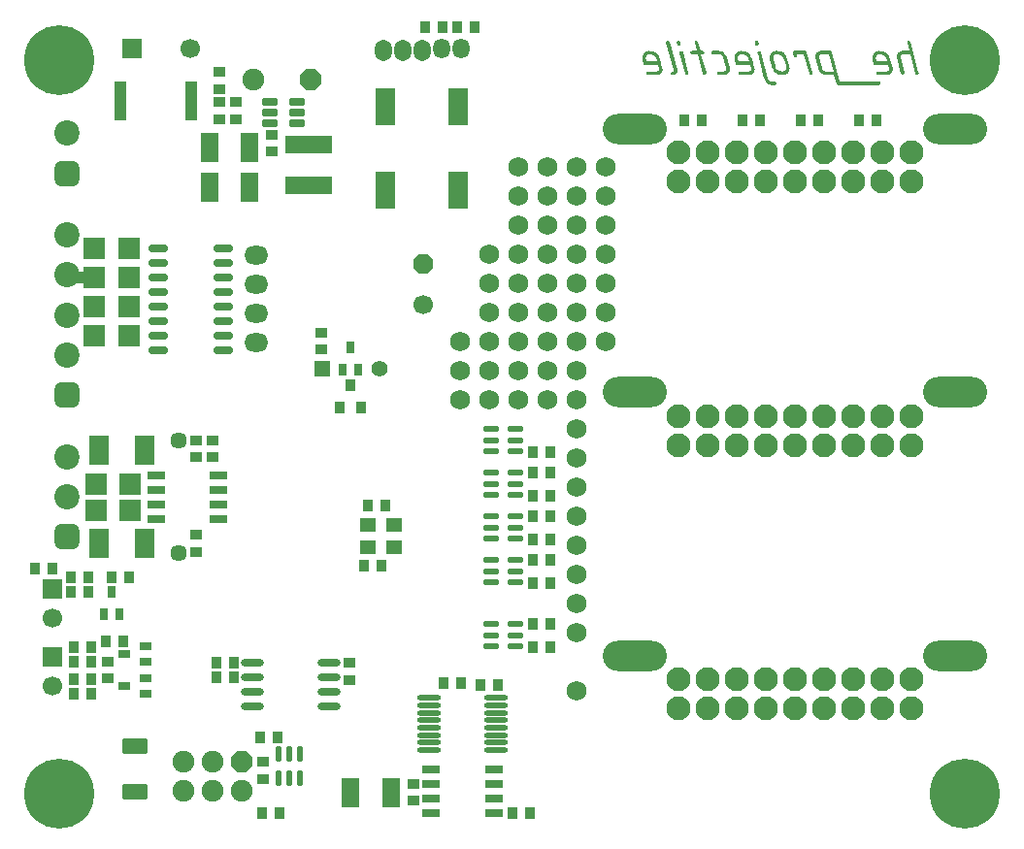
<source format=gbs>
G04*
G04 #@! TF.GenerationSoftware,Altium Limited,Altium Designer,19.1.6 (110)*
G04*
G04 Layer_Color=16711935*
%FSLAX44Y44*%
%MOMM*%
G71*
G01*
G75*
G04:AMPARAMS|DCode=34|XSize=0.9mm|YSize=1.1mm|CornerRadius=0.15mm|HoleSize=0mm|Usage=FLASHONLY|Rotation=0.000|XOffset=0mm|YOffset=0mm|HoleType=Round|Shape=RoundedRectangle|*
%AMROUNDEDRECTD34*
21,1,0.9000,0.8000,0,0,0.0*
21,1,0.6000,1.1000,0,0,0.0*
1,1,0.3000,0.3000,-0.4000*
1,1,0.3000,-0.3000,-0.4000*
1,1,0.3000,-0.3000,0.4000*
1,1,0.3000,0.3000,0.4000*
%
%ADD34ROUNDEDRECTD34*%
G04:AMPARAMS|DCode=35|XSize=0.9mm|YSize=1.1mm|CornerRadius=0.15mm|HoleSize=0mm|Usage=FLASHONLY|Rotation=90.000|XOffset=0mm|YOffset=0mm|HoleType=Round|Shape=RoundedRectangle|*
%AMROUNDEDRECTD35*
21,1,0.9000,0.8000,0,0,90.0*
21,1,0.6000,1.1000,0,0,90.0*
1,1,0.3000,0.4000,0.3000*
1,1,0.3000,0.4000,-0.3000*
1,1,0.3000,-0.4000,-0.3000*
1,1,0.3000,-0.4000,0.3000*
%
%ADD35ROUNDEDRECTD35*%
%ADD45R,1.5000X2.5000*%
%ADD47C,1.7510*%
%ADD48C,2.1000*%
%ADD49O,2.1000X1.6240*%
%ADD50C,1.9000*%
%ADD51P,2.0566X8X202.5*%
G04:AMPARAMS|DCode=52|XSize=2.2mm|YSize=2.2mm|CornerRadius=0.575mm|HoleSize=0mm|Usage=FLASHONLY|Rotation=90.000|XOffset=0mm|YOffset=0mm|HoleType=Round|Shape=RoundedRectangle|*
%AMROUNDEDRECTD52*
21,1,2.2000,1.0500,0,0,90.0*
21,1,1.0500,2.2000,0,0,90.0*
1,1,1.1500,0.5250,0.5250*
1,1,1.1500,0.5250,-0.5250*
1,1,1.1500,-0.5250,-0.5250*
1,1,1.1500,-0.5250,0.5250*
%
%ADD52ROUNDEDRECTD52*%
%ADD53C,2.2000*%
%ADD54C,1.7000*%
%ADD55R,1.7000X1.7000*%
%ADD56R,1.4000X1.4000*%
%ADD57C,1.4000*%
%ADD58C,1.4500*%
%ADD59O,5.6000X2.6400*%
%ADD60O,1.4970X1.8780*%
%ADD61O,1.5000X1.7510*%
%ADD62P,1.8401X8X292.5*%
%ADD63C,0.8000*%
%ADD64C,6.1000*%
%ADD65C,1.0000*%
G04:AMPARAMS|DCode=104|XSize=1.55mm|YSize=0.6mm|CornerRadius=0.051mm|HoleSize=0mm|Usage=FLASHONLY|Rotation=180.000|XOffset=0mm|YOffset=0mm|HoleType=Round|Shape=RoundedRectangle|*
%AMROUNDEDRECTD104*
21,1,1.5500,0.4980,0,0,180.0*
21,1,1.4480,0.6000,0,0,180.0*
1,1,0.1020,-0.7240,0.2490*
1,1,0.1020,0.7240,0.2490*
1,1,0.1020,0.7240,-0.2490*
1,1,0.1020,-0.7240,-0.2490*
%
%ADD104ROUNDEDRECTD104*%
%ADD113O,1.4500X0.5500*%
G04:AMPARAMS|DCode=114|XSize=0.7mm|YSize=1.55mm|CornerRadius=0.101mm|HoleSize=0mm|Usage=FLASHONLY|Rotation=270.000|XOffset=0mm|YOffset=0mm|HoleType=Round|Shape=RoundedRectangle|*
%AMROUNDEDRECTD114*
21,1,0.7000,1.3480,0,0,270.0*
21,1,0.4980,1.5500,0,0,270.0*
1,1,0.2020,-0.6740,-0.2490*
1,1,0.2020,-0.6740,0.2490*
1,1,0.2020,0.6740,0.2490*
1,1,0.2020,0.6740,-0.2490*
%
%ADD114ROUNDEDRECTD114*%
%ADD115O,2.1000X0.4500*%
%ADD116O,2.0000X0.7000*%
G04:AMPARAMS|DCode=117|XSize=1.37mm|YSize=2.2mm|CornerRadius=0.2088mm|HoleSize=0mm|Usage=FLASHONLY|Rotation=90.000|XOffset=0mm|YOffset=0mm|HoleType=Round|Shape=RoundedRectangle|*
%AMROUNDEDRECTD117*
21,1,1.3700,1.7825,0,0,90.0*
21,1,0.9525,2.2000,0,0,90.0*
1,1,0.4175,0.8913,0.4763*
1,1,0.4175,0.8913,-0.4763*
1,1,0.4175,-0.8913,-0.4763*
1,1,0.4175,-0.8913,0.4763*
%
%ADD117ROUNDEDRECTD117*%
G04:AMPARAMS|DCode=118|XSize=1.4mm|YSize=1.2mm|CornerRadius=0.105mm|HoleSize=0mm|Usage=FLASHONLY|Rotation=0.000|XOffset=0mm|YOffset=0mm|HoleType=Round|Shape=RoundedRectangle|*
%AMROUNDEDRECTD118*
21,1,1.4000,0.9900,0,0,0.0*
21,1,1.1900,1.2000,0,0,0.0*
1,1,0.2100,0.5950,-0.4950*
1,1,0.2100,-0.5950,-0.4950*
1,1,0.2100,-0.5950,0.4950*
1,1,0.2100,0.5950,0.4950*
%
%ADD118ROUNDEDRECTD118*%
%ADD119R,0.8000X1.0000*%
%ADD120O,0.5500X1.4500*%
%ADD121R,0.9000X1.0000*%
%ADD122R,1.9000X1.9400*%
%ADD123O,1.7500X0.7500*%
%ADD124R,1.0000X0.8000*%
%ADD125R,1.8000X2.6000*%
%ADD126R,4.1000X1.6000*%
G04:AMPARAMS|DCode=127|XSize=0.7mm|YSize=1.3mm|CornerRadius=0.125mm|HoleSize=0mm|Usage=FLASHONLY|Rotation=90.000|XOffset=0mm|YOffset=0mm|HoleType=Round|Shape=RoundedRectangle|*
%AMROUNDEDRECTD127*
21,1,0.7000,1.0500,0,0,90.0*
21,1,0.4500,1.3000,0,0,90.0*
1,1,0.2500,0.5250,0.2250*
1,1,0.2500,0.5250,-0.2250*
1,1,0.2500,-0.5250,-0.2250*
1,1,0.2500,-0.5250,0.2250*
%
%ADD127ROUNDEDRECTD127*%
%ADD128R,1.1000X3.4000*%
%ADD129R,1.8200X3.3000*%
G36*
X868831Y1227414D02*
X869160Y1227273D01*
X869395Y1227085D01*
X869583Y1226897D01*
X869724Y1226708D01*
X869818Y1226520D01*
X869865Y1226379D01*
Y1226332D01*
X870289Y1224875D01*
X870336Y1224593D01*
Y1224499D01*
Y1224452D01*
X870289Y1223934D01*
X870101Y1223605D01*
X869865Y1223323D01*
X869583Y1223135D01*
X869301Y1223041D01*
X869066Y1222994D01*
X868878Y1222947D01*
X868831D01*
X868455Y1222994D01*
X868126Y1223135D01*
X867891Y1223323D01*
X867703Y1223511D01*
X867562Y1223699D01*
X867468Y1223887D01*
X867421Y1224028D01*
Y1224076D01*
X866998Y1225533D01*
X866951Y1225815D01*
Y1225909D01*
Y1225956D01*
X866998Y1226473D01*
X867186Y1226850D01*
X867421Y1227085D01*
X867703Y1227273D01*
X867985Y1227367D01*
X868220Y1227461D01*
X868455D01*
X868831Y1227414D01*
D02*
G37*
G36*
X800894D02*
X801223Y1227273D01*
X801458Y1227085D01*
X801646Y1226897D01*
X801787Y1226708D01*
X801881Y1226520D01*
X801928Y1226379D01*
Y1226332D01*
X802351Y1224875D01*
X802398Y1224593D01*
Y1224499D01*
Y1224452D01*
X802351Y1223934D01*
X802163Y1223605D01*
X801928Y1223323D01*
X801646Y1223135D01*
X801364Y1223041D01*
X801129Y1222994D01*
X800941Y1222947D01*
X800894D01*
X800518Y1222994D01*
X800236Y1223135D01*
X799954Y1223323D01*
X799765Y1223511D01*
X799624Y1223699D01*
X799530Y1223887D01*
X799483Y1224028D01*
Y1224076D01*
X799060Y1225533D01*
X799013Y1225815D01*
Y1225909D01*
Y1225956D01*
X799060Y1226473D01*
X799248Y1226850D01*
X799483Y1227085D01*
X799765Y1227273D01*
X800048Y1227367D01*
X800283Y1227461D01*
X800518D01*
X800894Y1227414D01*
D02*
G37*
G36*
X1001650Y1227414D02*
X1001979Y1227273D01*
X1002214Y1227085D01*
X1002402Y1226897D01*
X1002543Y1226708D01*
X1002637Y1226520D01*
X1002684Y1226379D01*
Y1226332D01*
X1009877Y1199533D01*
X1009971Y1199204D01*
Y1199110D01*
Y1199063D01*
X1009877Y1198687D01*
X1009736Y1198358D01*
X1009595Y1198170D01*
X1009501Y1198076D01*
X1009125Y1197841D01*
X1008796Y1197700D01*
X1008514Y1197653D01*
X1008420D01*
X1008044Y1197700D01*
X1007762Y1197841D01*
X1007480Y1197982D01*
X1007291Y1198217D01*
X1007150Y1198405D01*
X1007056Y1198546D01*
X1007009Y1198687D01*
Y1198734D01*
X1002496Y1215566D01*
X995914D01*
X995538Y1215472D01*
X995209Y1215378D01*
X994927Y1215284D01*
X994503Y1214955D01*
X994174Y1214625D01*
X994033Y1214249D01*
X993939Y1213920D01*
X993892Y1213732D01*
Y1213638D01*
X993939Y1213262D01*
X993986Y1212933D01*
X994033Y1212651D01*
X994080Y1212604D01*
Y1212557D01*
X997559Y1199533D01*
X997606Y1199204D01*
Y1199110D01*
Y1199063D01*
X997559Y1198687D01*
X997371Y1198358D01*
X997230Y1198170D01*
X997183Y1198076D01*
X996807Y1197841D01*
X996478Y1197700D01*
X996196Y1197653D01*
X996102D01*
X995726Y1197700D01*
X995444Y1197841D01*
X995162Y1197982D01*
X994974Y1198217D01*
X994832Y1198405D01*
X994738Y1198546D01*
X994691Y1198687D01*
Y1198734D01*
X990977Y1212557D01*
X990883Y1212980D01*
X990789Y1213403D01*
Y1213685D01*
Y1213732D01*
Y1213779D01*
X990836Y1214484D01*
X991024Y1215143D01*
X991212Y1215707D01*
X991494Y1216177D01*
X991729Y1216600D01*
X991964Y1216882D01*
X992152Y1217070D01*
X992200Y1217117D01*
X992717Y1217588D01*
X993281Y1217917D01*
X993845Y1218199D01*
X994362Y1218340D01*
X994832Y1218434D01*
X995209Y1218528D01*
X1001697D01*
X999816Y1225533D01*
X999769Y1225815D01*
Y1225909D01*
Y1225956D01*
X999816Y1226473D01*
X1000004Y1226850D01*
X1000239Y1227085D01*
X1000521Y1227273D01*
X1000803Y1227367D01*
X1001039Y1227461D01*
X1001273D01*
X1001650Y1227414D01*
D02*
G37*
G36*
X976872Y1218434D02*
X977578Y1218387D01*
X978189Y1218246D01*
X978753Y1218105D01*
X979270Y1217964D01*
X979788Y1217822D01*
X980211Y1217682D01*
X980587Y1217493D01*
X980916Y1217352D01*
X981198Y1217211D01*
X981433Y1217070D01*
X981621Y1216929D01*
X981762Y1216882D01*
X981809Y1216788D01*
X981856D01*
X982279Y1216459D01*
X982655Y1216036D01*
X983314Y1215143D01*
X983878Y1214202D01*
X984348Y1213262D01*
X984677Y1212416D01*
X984818Y1212040D01*
X984959Y1211711D01*
X985053Y1211428D01*
X985100Y1211240D01*
X985147Y1211099D01*
Y1211052D01*
X987169Y1203577D01*
X987263Y1203154D01*
X987310Y1202778D01*
Y1202449D01*
Y1202402D01*
Y1202355D01*
X987263Y1201649D01*
X987075Y1201038D01*
X986887Y1200474D01*
X986605Y1199957D01*
X986370Y1199581D01*
X986135Y1199251D01*
X985993Y1199063D01*
X985947Y1199016D01*
X985382Y1198546D01*
X984818Y1198217D01*
X984254Y1197982D01*
X983737Y1197841D01*
X983314Y1197747D01*
X982937Y1197653D01*
X974475D01*
X974005Y1197700D01*
X973628Y1197888D01*
X973393Y1198123D01*
X973205Y1198405D01*
X973111Y1198640D01*
X973017Y1198875D01*
Y1199063D01*
Y1199110D01*
X973064Y1199628D01*
X973252Y1200004D01*
X973487Y1200239D01*
X973723Y1200427D01*
X974005Y1200521D01*
X974240Y1200615D01*
X982232D01*
X982608Y1200709D01*
X982937Y1200803D01*
X983173Y1200897D01*
X983643Y1201226D01*
X983925Y1201555D01*
X984066Y1201884D01*
X984160Y1202213D01*
X984207Y1202402D01*
Y1202495D01*
X984160Y1202872D01*
X984113Y1203248D01*
X984066Y1203483D01*
Y1203530D01*
Y1203577D01*
X983267Y1206586D01*
X970949D01*
X969726Y1211052D01*
X969632Y1211617D01*
X969538Y1212134D01*
Y1212322D01*
Y1212510D01*
Y1212604D01*
Y1212651D01*
X969632Y1213497D01*
X969679Y1213920D01*
X969773Y1214249D01*
X969867Y1214531D01*
X969914Y1214766D01*
X970008Y1214908D01*
Y1214955D01*
X970290Y1215566D01*
X970667Y1216130D01*
X971043Y1216600D01*
X971466Y1217023D01*
X971889Y1217352D01*
X972359Y1217635D01*
X972829Y1217917D01*
X973252Y1218105D01*
X974099Y1218340D01*
X974475Y1218434D01*
X974757Y1218481D01*
X975039Y1218528D01*
X975415D01*
X976872Y1218434D01*
D02*
G37*
G36*
X911380Y1218481D02*
X911709Y1218340D01*
X911944Y1218152D01*
X912132Y1217964D01*
X912273Y1217729D01*
X912367Y1217540D01*
X912414Y1217399D01*
Y1217352D01*
X917210Y1199533D01*
X917304Y1199204D01*
Y1199110D01*
Y1199063D01*
X917210Y1198687D01*
X917069Y1198358D01*
X916928Y1198170D01*
X916834Y1198076D01*
X916458Y1197841D01*
X916129Y1197700D01*
X915847Y1197653D01*
X915752D01*
X915376Y1197700D01*
X915094Y1197841D01*
X914812Y1197982D01*
X914624Y1198217D01*
X914483Y1198405D01*
X914389Y1198546D01*
X914342Y1198687D01*
Y1198734D01*
X909829Y1215566D01*
X903670D01*
X903952Y1214437D01*
X904046Y1214155D01*
Y1214061D01*
Y1214014D01*
X903952Y1213638D01*
X903811Y1213309D01*
X903670Y1213074D01*
X903576Y1212980D01*
X903199Y1212745D01*
X902823Y1212604D01*
X902588Y1212557D01*
X902494D01*
X902118Y1212604D01*
X901836Y1212745D01*
X901554Y1212933D01*
X901366Y1213121D01*
X901225Y1213309D01*
X901131Y1213497D01*
X901084Y1213638D01*
Y1213685D01*
X900285Y1216647D01*
X900237Y1216929D01*
Y1216976D01*
Y1217023D01*
X900285Y1217540D01*
X900472Y1217916D01*
X900708Y1218152D01*
X900990Y1218340D01*
X901272Y1218434D01*
X901507Y1218528D01*
X911004D01*
X911380Y1218481D01*
D02*
G37*
G36*
X887308Y1218434D02*
X888013Y1218387D01*
X888625Y1218246D01*
X889189Y1218105D01*
X889706Y1217964D01*
X890223Y1217822D01*
X890646Y1217682D01*
X891022Y1217493D01*
X891351Y1217352D01*
X891634Y1217211D01*
X891869Y1217070D01*
X892057Y1216929D01*
X892198Y1216882D01*
X892245Y1216788D01*
X892292D01*
X892715Y1216459D01*
X893091Y1216036D01*
X893749Y1215143D01*
X894314Y1214202D01*
X894784Y1213262D01*
X895113Y1212416D01*
X895254Y1212040D01*
X895395Y1211711D01*
X895489Y1211428D01*
X895536Y1211240D01*
X895583Y1211099D01*
Y1211052D01*
X897181Y1205081D01*
X897275Y1204517D01*
X897322Y1204000D01*
X897370Y1203765D01*
Y1203577D01*
Y1203483D01*
Y1203436D01*
X897275Y1202542D01*
X897087Y1201743D01*
X896852Y1201038D01*
X896523Y1200474D01*
X896194Y1199957D01*
X895959Y1199581D01*
X895771Y1199392D01*
X895677Y1199298D01*
X895019Y1198734D01*
X894314Y1198358D01*
X893608Y1198076D01*
X892950Y1197841D01*
X892386Y1197747D01*
X891916Y1197700D01*
X891728Y1197653D01*
X891493D01*
X890458Y1197700D01*
X889565Y1197747D01*
X888766Y1197888D01*
X888108Y1198029D01*
X887543Y1198123D01*
X887167Y1198264D01*
X886932Y1198311D01*
X886838Y1198358D01*
X886180Y1198687D01*
X885569Y1199063D01*
X885005Y1199533D01*
X884487Y1200051D01*
X884017Y1200568D01*
X883641Y1201132D01*
X882936Y1202307D01*
X882419Y1203342D01*
X882184Y1203812D01*
X882042Y1204235D01*
X881901Y1204611D01*
X881807Y1204846D01*
X881760Y1205034D01*
Y1205081D01*
X880162Y1211052D01*
X880068Y1211617D01*
X879974Y1212181D01*
Y1212369D01*
Y1212557D01*
Y1212651D01*
Y1212698D01*
X880068Y1213544D01*
X880115Y1213920D01*
X880209Y1214249D01*
X880303Y1214531D01*
X880350Y1214766D01*
X880444Y1214908D01*
Y1214955D01*
X880726Y1215566D01*
X881102Y1216130D01*
X881478Y1216600D01*
X881901Y1217023D01*
X882325Y1217352D01*
X882795Y1217634D01*
X883265Y1217916D01*
X883688Y1218105D01*
X884534Y1218340D01*
X884910Y1218434D01*
X885192Y1218481D01*
X885475Y1218528D01*
X885851D01*
X887308Y1218434D01*
D02*
G37*
G36*
X856419D02*
X857124Y1218387D01*
X857736Y1218246D01*
X858300Y1218105D01*
X858817Y1217964D01*
X859334Y1217822D01*
X859757Y1217682D01*
X860133Y1217493D01*
X860462Y1217352D01*
X860744Y1217211D01*
X860980Y1217070D01*
X861168Y1216929D01*
X861309Y1216882D01*
X861356Y1216788D01*
X861403D01*
X861826Y1216459D01*
X862202Y1216036D01*
X862860Y1215143D01*
X863424Y1214202D01*
X863895Y1213262D01*
X864224Y1212416D01*
X864365Y1212040D01*
X864506Y1211711D01*
X864600Y1211428D01*
X864647Y1211240D01*
X864694Y1211099D01*
Y1211052D01*
X866715Y1203577D01*
X866809Y1203154D01*
X866857Y1202778D01*
Y1202449D01*
Y1202402D01*
Y1202354D01*
X866809Y1201649D01*
X866621Y1201038D01*
X866433Y1200474D01*
X866151Y1199957D01*
X865916Y1199581D01*
X865681Y1199251D01*
X865540Y1199063D01*
X865493Y1199016D01*
X864929Y1198546D01*
X864365Y1198217D01*
X863801Y1197982D01*
X863283Y1197841D01*
X862860Y1197747D01*
X862484Y1197653D01*
X854021D01*
X853551Y1197700D01*
X853175Y1197888D01*
X852940Y1198123D01*
X852752Y1198405D01*
X852658Y1198640D01*
X852564Y1198875D01*
Y1199063D01*
Y1199110D01*
X852611Y1199628D01*
X852799Y1200004D01*
X853034Y1200239D01*
X853269Y1200427D01*
X853551Y1200521D01*
X853786Y1200615D01*
X861779D01*
X862155Y1200709D01*
X862484Y1200803D01*
X862719Y1200897D01*
X863189Y1201226D01*
X863471Y1201555D01*
X863612Y1201884D01*
X863707Y1202213D01*
X863754Y1202402D01*
Y1202495D01*
X863707Y1202872D01*
X863660Y1203248D01*
X863612Y1203483D01*
Y1203530D01*
Y1203577D01*
X862813Y1206586D01*
X850495D01*
X849273Y1211052D01*
X849179Y1211617D01*
X849085Y1212134D01*
Y1212322D01*
Y1212510D01*
Y1212604D01*
Y1212651D01*
X849179Y1213497D01*
X849226Y1213920D01*
X849320Y1214249D01*
X849414Y1214531D01*
X849461Y1214766D01*
X849555Y1214908D01*
Y1214955D01*
X849837Y1215566D01*
X850213Y1216130D01*
X850589Y1216600D01*
X851012Y1217023D01*
X851435Y1217352D01*
X851906Y1217634D01*
X852376Y1217916D01*
X852799Y1218105D01*
X853645Y1218340D01*
X854021Y1218434D01*
X854303Y1218481D01*
X854585Y1218528D01*
X854962D01*
X856419Y1218434D01*
D02*
G37*
G36*
X835732Y1218481D02*
X836438Y1218434D01*
X837096Y1218340D01*
X837613Y1218246D01*
X838036Y1218105D01*
X838365Y1218011D01*
X838600Y1217964D01*
X838647Y1217916D01*
X839164Y1217682D01*
X839635Y1217352D01*
X840105Y1216976D01*
X840528Y1216600D01*
X841186Y1215707D01*
X841750Y1214814D01*
X842173Y1213967D01*
X842362Y1213544D01*
X842456Y1213215D01*
X842550Y1212933D01*
X842644Y1212745D01*
X842691Y1212604D01*
Y1212557D01*
X845088Y1203577D01*
X845182Y1203154D01*
X845229Y1202778D01*
Y1202449D01*
Y1202402D01*
Y1202354D01*
X845182Y1201649D01*
X844994Y1201038D01*
X844806Y1200474D01*
X844524Y1199957D01*
X844289Y1199581D01*
X844054Y1199251D01*
X843913Y1199063D01*
X843866Y1199016D01*
X843302Y1198546D01*
X842738Y1198217D01*
X842173Y1197982D01*
X841656Y1197841D01*
X841233Y1197747D01*
X840857Y1197653D01*
X835497D01*
X834980Y1197700D01*
X834604Y1197888D01*
X834369Y1198123D01*
X834181Y1198405D01*
X834087Y1198640D01*
X833993Y1198875D01*
Y1199063D01*
Y1199110D01*
X834040Y1199628D01*
X834228Y1200004D01*
X834463Y1200239D01*
X834745Y1200427D01*
X835027Y1200521D01*
X835262Y1200615D01*
X839729D01*
X840152Y1200662D01*
X840528Y1200709D01*
X840857Y1200803D01*
X841139Y1200944D01*
X841562Y1201273D01*
X841844Y1201649D01*
X842032Y1201978D01*
X842126Y1202307D01*
X842173Y1202542D01*
Y1202636D01*
X842126Y1202919D01*
X842079Y1203201D01*
X842032Y1203483D01*
X841985Y1203530D01*
Y1203577D01*
X839588Y1212557D01*
X839399Y1213074D01*
X839212Y1213544D01*
X838929Y1213967D01*
X838647Y1214296D01*
X838365Y1214578D01*
X838036Y1214814D01*
X837331Y1215190D01*
X836720Y1215425D01*
X836202Y1215519D01*
X835967Y1215566D01*
X830655D01*
X830184Y1215613D01*
X829808Y1215801D01*
X829573Y1216036D01*
X829385Y1216318D01*
X829291Y1216553D01*
X829197Y1216788D01*
Y1216976D01*
Y1217023D01*
X829244Y1217540D01*
X829432Y1217916D01*
X829667Y1218152D01*
X829902Y1218340D01*
X830184Y1218434D01*
X830420Y1218528D01*
X834933D01*
X835732Y1218481D01*
D02*
G37*
G36*
X816315Y1227414D02*
X816644Y1227273D01*
X816879Y1227085D01*
X817067Y1226897D01*
X817208Y1226708D01*
X817302Y1226520D01*
X817396Y1226379D01*
Y1226332D01*
X819465Y1218528D01*
X821440D01*
X821910Y1218481D01*
X822286Y1218293D01*
X822521Y1218058D01*
X822709Y1217775D01*
X822803Y1217493D01*
X822850Y1217258D01*
X822897Y1217070D01*
Y1217023D01*
X822850Y1216553D01*
X822662Y1216177D01*
X822427Y1215942D01*
X822145Y1215754D01*
X821910Y1215660D01*
X821675Y1215613D01*
X821487Y1215566D01*
X820264D01*
X824543Y1199533D01*
X824637Y1199204D01*
Y1199110D01*
Y1199063D01*
X824543Y1198687D01*
X824402Y1198358D01*
X824261Y1198170D01*
X824166Y1198076D01*
X823790Y1197841D01*
X823461Y1197700D01*
X823226Y1197653D01*
X823132D01*
X822756Y1197700D01*
X822427Y1197841D01*
X822192Y1197982D01*
X821957Y1198217D01*
X821816Y1198405D01*
X821722Y1198546D01*
X821675Y1198687D01*
Y1198734D01*
X817208Y1215566D01*
X812178D01*
X811660Y1215613D01*
X811284Y1215801D01*
X811049Y1216036D01*
X810861Y1216318D01*
X810767Y1216553D01*
X810673Y1216788D01*
Y1216976D01*
Y1217023D01*
X810720Y1217540D01*
X810908Y1217916D01*
X811143Y1218152D01*
X811425Y1218340D01*
X811707Y1218434D01*
X811943Y1218528D01*
X816409D01*
X814528Y1225533D01*
X814481Y1225815D01*
Y1225909D01*
Y1225956D01*
X814528Y1226473D01*
X814716Y1226850D01*
X814951Y1227085D01*
X815187Y1227273D01*
X815469Y1227367D01*
X815704Y1227461D01*
X815939D01*
X816315Y1227414D01*
D02*
G37*
G36*
X803339Y1218434D02*
X803668Y1218293D01*
X803903Y1218152D01*
X804091Y1217964D01*
X804232Y1217729D01*
X804326Y1217587D01*
X804373Y1217446D01*
Y1217399D01*
X809169Y1199533D01*
X809216Y1199204D01*
Y1199110D01*
Y1199063D01*
X809122Y1198687D01*
X808981Y1198358D01*
X808839Y1198170D01*
X808745Y1198076D01*
X808369Y1197841D01*
X808040Y1197700D01*
X807805Y1197653D01*
X807711D01*
X807288Y1197700D01*
X807006Y1197841D01*
X806724Y1197982D01*
X806536Y1198217D01*
X806395Y1198405D01*
X806301Y1198546D01*
X806254Y1198687D01*
Y1198734D01*
X801458Y1216600D01*
X801411Y1216741D01*
Y1216882D01*
Y1216976D01*
Y1217023D01*
X801505Y1217446D01*
X801646Y1217775D01*
X801787Y1217964D01*
X801881Y1218058D01*
X802257Y1218293D01*
X802587Y1218434D01*
X802868Y1218481D01*
X802963D01*
X803339Y1218434D01*
D02*
G37*
G36*
X791632Y1227414D02*
X791961Y1227273D01*
X792196Y1227085D01*
X792384Y1226897D01*
X792525Y1226708D01*
X792619Y1226520D01*
X792666Y1226379D01*
Y1226332D01*
X799201Y1202119D01*
X799295Y1201790D01*
X799342Y1201461D01*
Y1201273D01*
Y1201179D01*
X799295Y1200662D01*
X799154Y1200145D01*
X798966Y1199722D01*
X798731Y1199345D01*
X798543Y1199063D01*
X798355Y1198828D01*
X798214Y1198687D01*
X798167Y1198640D01*
X797697Y1198311D01*
X797227Y1198076D01*
X796757Y1197888D01*
X796286Y1197794D01*
X795910Y1197700D01*
X795628Y1197653D01*
X795346D01*
X794829Y1197700D01*
X794453Y1197888D01*
X794218Y1198123D01*
X794030Y1198405D01*
X793936Y1198640D01*
X793842Y1198875D01*
Y1199063D01*
Y1199110D01*
X793889Y1199628D01*
X794077Y1200004D01*
X794312Y1200239D01*
X794594Y1200427D01*
X794876Y1200521D01*
X795111Y1200615D01*
X795346D01*
X795628Y1200662D01*
X795816Y1200756D01*
X796004Y1200850D01*
X796098Y1201038D01*
X796192Y1201273D01*
Y1201367D01*
Y1201414D01*
Y1201649D01*
X796145Y1201884D01*
X796098Y1202072D01*
Y1202119D01*
X789798Y1225533D01*
X789751Y1225815D01*
Y1225909D01*
Y1225956D01*
X789798Y1226473D01*
X789986Y1226849D01*
X790221Y1227085D01*
X790503Y1227273D01*
X790786Y1227367D01*
X791021Y1227461D01*
X791256D01*
X791632Y1227414D01*
D02*
G37*
G36*
X776117Y1218434D02*
X776822Y1218387D01*
X777433Y1218246D01*
X777997Y1218105D01*
X778515Y1217963D01*
X779032Y1217822D01*
X779455Y1217681D01*
X779831Y1217493D01*
X780160Y1217352D01*
X780442Y1217211D01*
X780677Y1217070D01*
X780865Y1216929D01*
X781006Y1216882D01*
X781053Y1216788D01*
X781100D01*
X781524Y1216459D01*
X781900Y1216036D01*
X782558Y1215143D01*
X783122Y1214202D01*
X783592Y1213262D01*
X783921Y1212416D01*
X784062Y1212040D01*
X784203Y1211711D01*
X784297Y1211428D01*
X784344Y1211240D01*
X784391Y1211099D01*
Y1211052D01*
X786413Y1203577D01*
X786507Y1203154D01*
X786554Y1202778D01*
Y1202448D01*
Y1202401D01*
Y1202354D01*
X786507Y1201649D01*
X786319Y1201038D01*
X786131Y1200474D01*
X785849Y1199957D01*
X785614Y1199581D01*
X785379Y1199251D01*
X785238Y1199063D01*
X785191Y1199016D01*
X784627Y1198546D01*
X784062Y1198217D01*
X783498Y1197982D01*
X782981Y1197841D01*
X782558Y1197747D01*
X782182Y1197653D01*
X773719D01*
X773249Y1197700D01*
X772873Y1197888D01*
X772638Y1198123D01*
X772450Y1198405D01*
X772356Y1198640D01*
X772262Y1198875D01*
Y1199063D01*
Y1199110D01*
X772309Y1199628D01*
X772497Y1200004D01*
X772732Y1200239D01*
X772967Y1200427D01*
X773249Y1200521D01*
X773484Y1200615D01*
X781477D01*
X781853Y1200709D01*
X782182Y1200803D01*
X782417Y1200897D01*
X782887Y1201226D01*
X783169Y1201555D01*
X783310Y1201884D01*
X783404Y1202213D01*
X783451Y1202401D01*
Y1202495D01*
X783404Y1202872D01*
X783357Y1203248D01*
X783310Y1203483D01*
Y1203530D01*
Y1203577D01*
X782511Y1206586D01*
X770193D01*
X768970Y1211052D01*
X768876Y1211616D01*
X768782Y1212134D01*
Y1212322D01*
Y1212510D01*
Y1212604D01*
Y1212651D01*
X768876Y1213497D01*
X768923Y1213920D01*
X769017Y1214249D01*
X769111Y1214531D01*
X769158Y1214766D01*
X769252Y1214908D01*
Y1214955D01*
X769535Y1215566D01*
X769911Y1216130D01*
X770287Y1216600D01*
X770710Y1217023D01*
X771133Y1217352D01*
X771603Y1217634D01*
X772074Y1217916D01*
X772497Y1218105D01*
X773343Y1218340D01*
X773719Y1218434D01*
X774001Y1218481D01*
X774283Y1218528D01*
X774659D01*
X776117Y1218434D01*
D02*
G37*
G36*
X933007Y1218481D02*
X933336Y1218340D01*
X933571Y1218152D01*
X933759Y1217964D01*
X933901Y1217729D01*
X933995Y1217540D01*
X934042Y1217399D01*
Y1217352D01*
X940974Y1191615D01*
X941141Y1191682D01*
X975274D01*
X975791Y1191635D01*
X976120Y1191447D01*
X976402Y1191212D01*
X976590Y1190977D01*
X976684Y1190695D01*
X976731Y1190460D01*
X976778Y1190272D01*
Y1190225D01*
X976731Y1189707D01*
X976543Y1189378D01*
X976308Y1189096D01*
X976026Y1188908D01*
X975744Y1188814D01*
X975509Y1188767D01*
X975321Y1188720D01*
X941376D01*
X940859Y1188767D01*
X940520Y1188936D01*
X940483Y1188908D01*
X940154Y1188767D01*
X939871Y1188720D01*
X939777D01*
X939401Y1188767D01*
X939072Y1188908D01*
X938837Y1189096D01*
X938649Y1189284D01*
X938508Y1189472D01*
X938414Y1189660D01*
X938367Y1189801D01*
Y1189848D01*
X936251Y1197653D01*
X930092D01*
X929293Y1197700D01*
X928588Y1197747D01*
X927930Y1197841D01*
X927412Y1197935D01*
X926989Y1198029D01*
X926660Y1198123D01*
X926425Y1198217D01*
X926378D01*
X925861Y1198452D01*
X925344Y1198781D01*
X924921Y1199157D01*
X924497Y1199533D01*
X923839Y1200427D01*
X923275Y1201320D01*
X922852Y1202213D01*
X922664Y1202589D01*
X922570Y1202919D01*
X922476Y1203201D01*
X922382Y1203389D01*
X922335Y1203530D01*
Y1203577D01*
X919937Y1212557D01*
X919843Y1212980D01*
X919749Y1213403D01*
Y1213685D01*
Y1213732D01*
Y1213779D01*
X919796Y1214484D01*
X919984Y1215096D01*
X920172Y1215707D01*
X920454Y1216177D01*
X920689Y1216553D01*
X920924Y1216882D01*
X921112Y1217070D01*
X921159Y1217117D01*
X921676Y1217587D01*
X922241Y1217916D01*
X922805Y1218199D01*
X923322Y1218340D01*
X923792Y1218434D01*
X924168Y1218528D01*
X932631D01*
X933007Y1218481D01*
D02*
G37*
G36*
X871229Y1218434D02*
X871558Y1218293D01*
X871793Y1218105D01*
X871981Y1217916D01*
X872122Y1217729D01*
X872216Y1217540D01*
X872263Y1217399D01*
Y1217352D01*
X878375Y1194691D01*
X878563Y1194174D01*
X878751Y1193704D01*
X879034Y1193280D01*
X879316Y1192951D01*
X879645Y1192669D01*
X879927Y1192434D01*
X880585Y1192058D01*
X881243Y1191823D01*
X881760Y1191729D01*
X881948Y1191682D01*
X884158D01*
X884675Y1191635D01*
X885005Y1191447D01*
X885286Y1191212D01*
X885475Y1190977D01*
X885569Y1190695D01*
X885616Y1190460D01*
X885663Y1190272D01*
Y1190225D01*
X885616Y1189707D01*
X885428Y1189378D01*
X885192Y1189096D01*
X884910Y1188908D01*
X884628Y1188814D01*
X884393Y1188767D01*
X884205Y1188720D01*
X883030D01*
X882231Y1188767D01*
X881478Y1188814D01*
X880867Y1188908D01*
X880303Y1189049D01*
X879880Y1189143D01*
X879598Y1189237D01*
X879363Y1189284D01*
X879316Y1189331D01*
X878798Y1189566D01*
X878281Y1189895D01*
X877858Y1190272D01*
X877435Y1190648D01*
X876777Y1191541D01*
X876213Y1192434D01*
X875789Y1193327D01*
X875601Y1193704D01*
X875507Y1194033D01*
X875413Y1194315D01*
X875319Y1194503D01*
X875272Y1194644D01*
Y1194691D01*
X869395Y1216600D01*
X869348Y1216741D01*
Y1216882D01*
Y1216976D01*
Y1217023D01*
X869395Y1217493D01*
X869583Y1217869D01*
X869818Y1218105D01*
X870101Y1218293D01*
X870383Y1218387D01*
X870618Y1218481D01*
X870853D01*
X871229Y1218434D01*
D02*
G37*
%LPC*%
G36*
X976449Y1215566D02*
X976261D01*
X975603Y1215519D01*
X975039Y1215425D01*
X974569Y1215284D01*
X974146Y1215143D01*
X973770Y1214908D01*
X973487Y1214672D01*
X973252Y1214390D01*
X973064Y1214155D01*
X972782Y1213591D01*
X972641Y1213168D01*
X972594Y1212980D01*
Y1212839D01*
Y1212745D01*
Y1212698D01*
X972641Y1212134D01*
X972688Y1211617D01*
X972735Y1211381D01*
X972782Y1211193D01*
X972829Y1211099D01*
Y1211052D01*
X973205Y1209548D01*
X982467D01*
X982091Y1211052D01*
X981809Y1211852D01*
X981480Y1212557D01*
X981104Y1213168D01*
X980681Y1213685D01*
X980211Y1214108D01*
X979694Y1214484D01*
X979223Y1214766D01*
X978706Y1215002D01*
X978236Y1215190D01*
X977766Y1215331D01*
X977343Y1215425D01*
X977014Y1215519D01*
X976684D01*
X976449Y1215566D01*
D02*
G37*
G36*
X886885Y1215566D02*
X886697D01*
X886039Y1215519D01*
X885475Y1215425D01*
X885005Y1215284D01*
X884581Y1215143D01*
X884205Y1214908D01*
X883923Y1214672D01*
X883688Y1214437D01*
X883500Y1214155D01*
X883218Y1213638D01*
X883077Y1213168D01*
X883030Y1213027D01*
Y1212886D01*
Y1212792D01*
Y1212745D01*
X883077Y1212181D01*
X883124Y1211617D01*
X883171Y1211381D01*
X883218Y1211193D01*
X883265Y1211099D01*
Y1211052D01*
X884863Y1205081D01*
X885098Y1204282D01*
X885428Y1203624D01*
X885851Y1203013D01*
X886274Y1202495D01*
X886744Y1202072D01*
X887214Y1201696D01*
X887731Y1201414D01*
X888202Y1201179D01*
X888719Y1200991D01*
X889142Y1200850D01*
X889565Y1200756D01*
X889941Y1200709D01*
X890270Y1200662D01*
X890505Y1200615D01*
X890693D01*
X891351Y1200662D01*
X891916Y1200756D01*
X892386Y1200850D01*
X892809Y1201038D01*
X893185Y1201273D01*
X893467Y1201508D01*
X893702Y1201743D01*
X893890Y1202025D01*
X894173Y1202495D01*
X894314Y1202966D01*
Y1203154D01*
X894361Y1203248D01*
Y1203342D01*
Y1203389D01*
X894314Y1203953D01*
X894220Y1204517D01*
Y1204752D01*
X894173Y1204940D01*
X894125Y1205034D01*
Y1205081D01*
X892527Y1211052D01*
X892245Y1211852D01*
X891916Y1212557D01*
X891540Y1213168D01*
X891116Y1213685D01*
X890646Y1214108D01*
X890129Y1214484D01*
X889659Y1214766D01*
X889142Y1215002D01*
X888672Y1215190D01*
X888202Y1215331D01*
X887778Y1215425D01*
X887449Y1215519D01*
X887120D01*
X886885Y1215566D01*
D02*
G37*
G36*
X855996D02*
X855808D01*
X855150Y1215519D01*
X854585Y1215425D01*
X854115Y1215284D01*
X853692Y1215143D01*
X853316Y1214908D01*
X853034Y1214672D01*
X852799Y1214390D01*
X852611Y1214155D01*
X852329Y1213591D01*
X852188Y1213168D01*
X852141Y1212980D01*
Y1212839D01*
Y1212745D01*
Y1212698D01*
X852188Y1212134D01*
X852235Y1211617D01*
X852282Y1211381D01*
X852329Y1211193D01*
X852376Y1211099D01*
Y1211052D01*
X852752Y1209548D01*
X862014D01*
X861638Y1211052D01*
X861356Y1211852D01*
X861027Y1212557D01*
X860650Y1213168D01*
X860227Y1213685D01*
X859757Y1214108D01*
X859240Y1214484D01*
X858770Y1214766D01*
X858253Y1215002D01*
X857783Y1215190D01*
X857312Y1215331D01*
X856889Y1215425D01*
X856560Y1215519D01*
X856231D01*
X855996Y1215566D01*
D02*
G37*
G36*
X775694Y1215566D02*
X775506D01*
X774847Y1215519D01*
X774283Y1215425D01*
X773813Y1215284D01*
X773390Y1215143D01*
X773014Y1214908D01*
X772732Y1214672D01*
X772497Y1214390D01*
X772309Y1214155D01*
X772026Y1213591D01*
X771885Y1213168D01*
X771838Y1212980D01*
Y1212839D01*
Y1212745D01*
Y1212698D01*
X771885Y1212134D01*
X771932Y1211616D01*
X771979Y1211381D01*
X772026Y1211193D01*
X772074Y1211099D01*
Y1211052D01*
X772450Y1209548D01*
X781712D01*
X781336Y1211052D01*
X781053Y1211852D01*
X780724Y1212557D01*
X780348Y1213168D01*
X779925Y1213685D01*
X779455Y1214108D01*
X778938Y1214484D01*
X778468Y1214766D01*
X777950Y1215002D01*
X777480Y1215190D01*
X777010Y1215331D01*
X776587Y1215425D01*
X776258Y1215519D01*
X775929D01*
X775694Y1215566D01*
D02*
G37*
G36*
X931456Y1215566D02*
X924874D01*
X924497Y1215472D01*
X924168Y1215378D01*
X923886Y1215284D01*
X923463Y1214955D01*
X923134Y1214625D01*
X922993Y1214249D01*
X922899Y1213920D01*
X922852Y1213732D01*
Y1213638D01*
X922899Y1213262D01*
X922946Y1212886D01*
X922993Y1212651D01*
X923040Y1212604D01*
Y1212557D01*
X925391Y1203577D01*
X925579Y1203060D01*
X925767Y1202589D01*
X926049Y1202213D01*
X926331Y1201884D01*
X926660Y1201602D01*
X926989Y1201320D01*
X927647Y1200991D01*
X928259Y1200756D01*
X928776Y1200662D01*
X929011Y1200615D01*
X935499D01*
X931456Y1215566D01*
D02*
G37*
%LPD*%
D34*
X688220Y792480D02*
D03*
X673220D02*
D03*
X688220Y718820D02*
D03*
X673220D02*
D03*
X688220Y698500D02*
D03*
X673220D02*
D03*
X688220Y812800D02*
D03*
X673220D02*
D03*
X688220Y868680D02*
D03*
X673220D02*
D03*
X688220Y754380D02*
D03*
X673220D02*
D03*
X688220Y774700D02*
D03*
X673220D02*
D03*
X688220Y850900D02*
D03*
X673220D02*
D03*
X688220Y830580D02*
D03*
X673220D02*
D03*
X820300Y1158240D02*
D03*
X805300D02*
D03*
X871100D02*
D03*
X856100D02*
D03*
X972700D02*
D03*
X957700D02*
D03*
X921900D02*
D03*
X906900D02*
D03*
X610750Y666750D02*
D03*
X595750D02*
D03*
X627500Y665480D02*
D03*
X642500D02*
D03*
X670440Y553720D02*
D03*
X655440D02*
D03*
X412630Y684530D02*
D03*
X397630D02*
D03*
Y671830D02*
D03*
X412630D02*
D03*
X544710Y821690D02*
D03*
X529710D02*
D03*
X525900Y769620D02*
D03*
X540900D02*
D03*
X270630Y746760D02*
D03*
X285630D02*
D03*
X306190Y759460D02*
D03*
X321190D02*
D03*
X270630D02*
D03*
X285630D02*
D03*
X253880Y767080D02*
D03*
X238880D02*
D03*
X316110Y703580D02*
D03*
X301110D02*
D03*
X273170Y657860D02*
D03*
X288170D02*
D03*
Y670560D02*
D03*
X273170D02*
D03*
X288170Y685800D02*
D03*
X273170D02*
D03*
X273170Y698500D02*
D03*
X288170D02*
D03*
X450730Y619760D02*
D03*
X435730D02*
D03*
X452000Y553720D02*
D03*
X437000D02*
D03*
X622180Y1239520D02*
D03*
X607180D02*
D03*
X579240D02*
D03*
X594240D02*
D03*
D35*
X568960Y564000D02*
D03*
Y579000D02*
D03*
X513080Y684410D02*
D03*
Y669410D02*
D03*
X488950Y972700D02*
D03*
Y957700D02*
D03*
X302260Y685680D02*
D03*
Y670680D02*
D03*
X438150Y583050D02*
D03*
Y598050D02*
D03*
X393700Y878720D02*
D03*
Y863720D02*
D03*
X379730Y781170D02*
D03*
Y796170D02*
D03*
Y878720D02*
D03*
Y863720D02*
D03*
X400050Y1200030D02*
D03*
Y1185030D02*
D03*
Y1174090D02*
D03*
Y1159090D02*
D03*
X414020Y1174090D02*
D03*
Y1159090D02*
D03*
X445770Y1145420D02*
D03*
Y1130420D02*
D03*
D45*
X549630Y571500D02*
D03*
X514630D02*
D03*
X426440Y1099820D02*
D03*
X391440D02*
D03*
X426440Y1134110D02*
D03*
X391440D02*
D03*
D47*
X711200Y660400D02*
D03*
Y711200D02*
D03*
Y736600D02*
D03*
Y762000D02*
D03*
Y787400D02*
D03*
Y812800D02*
D03*
Y838200D02*
D03*
Y863600D02*
D03*
Y889000D02*
D03*
X736600Y1117600D02*
D03*
X711200D02*
D03*
X685800D02*
D03*
X660400D02*
D03*
Y1092200D02*
D03*
X685800D02*
D03*
X711200D02*
D03*
X736600D02*
D03*
Y965200D02*
D03*
Y990600D02*
D03*
Y1016000D02*
D03*
Y1041400D02*
D03*
Y1066800D02*
D03*
X711200Y914400D02*
D03*
X685800D02*
D03*
X660400D02*
D03*
X635000D02*
D03*
X609600D02*
D03*
Y965200D02*
D03*
Y939800D02*
D03*
X635000D02*
D03*
Y965200D02*
D03*
Y990600D02*
D03*
Y1041400D02*
D03*
Y1016000D02*
D03*
X711200Y939800D02*
D03*
X685800D02*
D03*
X660400D02*
D03*
X685800Y965200D02*
D03*
X660400D02*
D03*
Y990600D02*
D03*
X685800D02*
D03*
Y1016000D02*
D03*
X660400D02*
D03*
X711200Y1066800D02*
D03*
X685800D02*
D03*
X660400D02*
D03*
Y1041400D02*
D03*
X685800D02*
D03*
X711200D02*
D03*
Y1016000D02*
D03*
Y990600D02*
D03*
Y965200D02*
D03*
D48*
X952400Y1130000D02*
D03*
X977800D02*
D03*
X850800D02*
D03*
X876200D02*
D03*
X952400Y900000D02*
D03*
X977800D02*
D03*
X901600D02*
D03*
X927000D02*
D03*
X876200D02*
D03*
X901600Y670000D02*
D03*
X927000D02*
D03*
X876200D02*
D03*
X825400D02*
D03*
X901600Y874600D02*
D03*
X927000D02*
D03*
X952400Y1104600D02*
D03*
X977800D02*
D03*
X901600D02*
D03*
X927000D02*
D03*
X850800D02*
D03*
X876200D02*
D03*
X800000D02*
D03*
X825400D02*
D03*
Y644600D02*
D03*
X927000D02*
D03*
X977800D02*
D03*
X901600Y1130000D02*
D03*
X927000D02*
D03*
X850800Y874600D02*
D03*
X876200D02*
D03*
X952400D02*
D03*
X977800D02*
D03*
X1003200Y644600D02*
D03*
Y670000D02*
D03*
X977800D02*
D03*
X952400Y644600D02*
D03*
Y670000D02*
D03*
X901600Y644600D02*
D03*
X876200D02*
D03*
X850800D02*
D03*
Y670000D02*
D03*
X800000Y644600D02*
D03*
Y670000D02*
D03*
X1003200Y874600D02*
D03*
Y900000D02*
D03*
X850800D02*
D03*
X825400D02*
D03*
X800000D02*
D03*
Y874600D02*
D03*
X825400D02*
D03*
X1003200Y1104600D02*
D03*
Y1130000D02*
D03*
X825400D02*
D03*
X800000D02*
D03*
D49*
X431800Y963930D02*
D03*
Y989330D02*
D03*
Y1014730D02*
D03*
Y1040130D02*
D03*
D50*
X368300Y598170D02*
D03*
X393700D02*
D03*
Y572770D02*
D03*
X368300D02*
D03*
X419100D02*
D03*
X429660Y1193800D02*
D03*
D51*
X419100Y598170D02*
D03*
X479660Y1193800D02*
D03*
D52*
X267080Y794310D02*
D03*
Y918060D02*
D03*
Y1111530D02*
D03*
D53*
Y829310D02*
D03*
Y864310D02*
D03*
Y1058060D02*
D03*
Y1023060D02*
D03*
Y953060D02*
D03*
Y988060D02*
D03*
Y1146530D02*
D03*
D54*
X254000Y723900D02*
D03*
Y664210D02*
D03*
X374650Y1220470D02*
D03*
X577850Y997230D02*
D03*
D55*
X254000Y749300D02*
D03*
Y689610D02*
D03*
X323850Y1220470D02*
D03*
D56*
X489350Y941070D02*
D03*
D57*
X539350D02*
D03*
D58*
X364490Y780310D02*
D03*
Y878310D02*
D03*
D59*
X1041300Y690550D02*
D03*
X761900D02*
D03*
X1041300Y920550D02*
D03*
X761900D02*
D03*
X1041300Y1150550D02*
D03*
X761900D02*
D03*
D60*
X542580Y1219200D02*
D03*
X559580D02*
D03*
X576580D02*
D03*
D61*
X593580Y1220470D02*
D03*
X610580D02*
D03*
D62*
X577850Y1032230D02*
D03*
D63*
X241350Y559230D02*
D03*
X249350Y551230D02*
D03*
X279350Y559230D02*
D03*
X271350Y551230D02*
D03*
X279350Y581230D02*
D03*
X271350Y589230D02*
D03*
X249350D02*
D03*
X241350Y581230D02*
D03*
X260350Y547730D02*
D03*
X282850Y570230D02*
D03*
X260350Y592730D02*
D03*
X237850Y570230D02*
D03*
X1039480Y1191310D02*
D03*
X1031480Y559230D02*
D03*
X1039480Y551230D02*
D03*
X1069480Y559230D02*
D03*
X1061480Y551230D02*
D03*
X1069480Y581230D02*
D03*
X1061480Y589230D02*
D03*
X1039480D02*
D03*
X1031480Y581230D02*
D03*
X1050480Y547730D02*
D03*
X1072980Y570230D02*
D03*
X1050480Y592730D02*
D03*
X1027980Y570230D02*
D03*
Y1210310D02*
D03*
X1050480Y1232810D02*
D03*
X1072980Y1210310D02*
D03*
X1050480Y1187810D02*
D03*
X1031480Y1221310D02*
D03*
X1039480Y1229310D02*
D03*
X1061480D02*
D03*
X1069480Y1221310D02*
D03*
X1061480Y1191310D02*
D03*
X1069480Y1199310D02*
D03*
X1031480D02*
D03*
X237850Y1210310D02*
D03*
X260350Y1232810D02*
D03*
X282850Y1210310D02*
D03*
X260350Y1187810D02*
D03*
X241350Y1221310D02*
D03*
X249350Y1229310D02*
D03*
X271350D02*
D03*
X279350Y1221310D02*
D03*
X271350Y1191310D02*
D03*
X279350Y1199310D02*
D03*
X249350Y1191310D02*
D03*
X241350Y1199310D02*
D03*
D64*
X260350Y570230D02*
D03*
X1050480D02*
D03*
Y1210310D02*
D03*
X260350D02*
D03*
D65*
X269060Y1021080D02*
X291070D01*
D104*
X345110Y848360D02*
D03*
Y835660D02*
D03*
Y822960D02*
D03*
Y810260D02*
D03*
X399110D02*
D03*
Y822960D02*
D03*
Y835660D02*
D03*
Y848360D02*
D03*
D113*
X636950Y869340D02*
D03*
Y878840D02*
D03*
Y888340D02*
D03*
X658450Y869340D02*
D03*
Y878840D02*
D03*
Y888340D02*
D03*
X636950Y793140D02*
D03*
Y802640D02*
D03*
Y812140D02*
D03*
X658450Y793140D02*
D03*
Y802640D02*
D03*
Y812140D02*
D03*
X636950Y831240D02*
D03*
Y840740D02*
D03*
Y850240D02*
D03*
X658450Y831240D02*
D03*
Y840740D02*
D03*
Y850240D02*
D03*
X636950Y699160D02*
D03*
Y708660D02*
D03*
Y718160D02*
D03*
X658450Y699160D02*
D03*
Y708660D02*
D03*
Y718160D02*
D03*
X636950Y755040D02*
D03*
Y764540D02*
D03*
Y774040D02*
D03*
X658450Y755040D02*
D03*
Y764540D02*
D03*
Y774040D02*
D03*
D114*
X639390Y566420D02*
D03*
Y579120D02*
D03*
X584890Y553720D02*
D03*
Y566420D02*
D03*
Y579120D02*
D03*
Y591820D02*
D03*
X639390Y553720D02*
D03*
Y591820D02*
D03*
D115*
X641140Y627940D02*
D03*
Y614940D02*
D03*
Y640940D02*
D03*
X583140Y608440D02*
D03*
Y614940D02*
D03*
Y621440D02*
D03*
Y627940D02*
D03*
Y634440D02*
D03*
Y640940D02*
D03*
Y647440D02*
D03*
Y653940D02*
D03*
X641140Y608440D02*
D03*
Y621440D02*
D03*
Y634440D02*
D03*
Y647440D02*
D03*
Y653940D02*
D03*
D116*
X428780Y646430D02*
D03*
Y659130D02*
D03*
Y671830D02*
D03*
Y684530D02*
D03*
X495780Y646430D02*
D03*
Y659130D02*
D03*
Y671830D02*
D03*
Y684530D02*
D03*
D117*
X326390Y611670D02*
D03*
Y571970D02*
D03*
D118*
X529520Y785520D02*
D03*
Y804520D02*
D03*
X552520Y785520D02*
D03*
Y804520D02*
D03*
D119*
X306070Y746100D02*
D03*
X299570Y727100D02*
D03*
X312570D02*
D03*
X514350Y959460D02*
D03*
X507850Y940460D02*
D03*
X520850D02*
D03*
D120*
X470510Y583610D02*
D03*
X461010D02*
D03*
X451510D02*
D03*
X470510Y605110D02*
D03*
X461010D02*
D03*
X451510D02*
D03*
D121*
X514350Y926940D02*
D03*
X504850Y906940D02*
D03*
X523850D02*
D03*
D122*
X321070Y970280D02*
D03*
X291070D02*
D03*
X321070Y995680D02*
D03*
X291070D02*
D03*
X321070Y1021080D02*
D03*
X291070D02*
D03*
X321070Y1046480D02*
D03*
X291070D02*
D03*
X322340Y817880D02*
D03*
X292340D02*
D03*
X322340Y840740D02*
D03*
X292340D02*
D03*
D123*
X402900Y1046480D02*
D03*
Y1033780D02*
D03*
Y1021080D02*
D03*
Y1008380D02*
D03*
Y995680D02*
D03*
Y982980D02*
D03*
Y970280D02*
D03*
Y957580D02*
D03*
X346400Y1046480D02*
D03*
Y1033780D02*
D03*
Y1021080D02*
D03*
Y1008380D02*
D03*
Y995680D02*
D03*
Y982980D02*
D03*
Y970280D02*
D03*
Y957580D02*
D03*
D124*
X316890Y664210D02*
D03*
X335890Y657710D02*
D03*
Y670710D02*
D03*
X316890Y692150D02*
D03*
X335890Y685650D02*
D03*
Y698650D02*
D03*
D125*
X294960Y788670D02*
D03*
X334960D02*
D03*
Y869950D02*
D03*
X294960D02*
D03*
D126*
X477520Y1136870D02*
D03*
Y1100870D02*
D03*
D127*
X443930Y1155090D02*
D03*
Y1164590D02*
D03*
Y1174090D02*
D03*
X467930D02*
D03*
Y1164590D02*
D03*
Y1155090D02*
D03*
D128*
X313170Y1174750D02*
D03*
X375170D02*
D03*
D129*
X608580Y1097280D02*
D03*
X544580D02*
D03*
Y1169670D02*
D03*
X608580D02*
D03*
M02*

</source>
